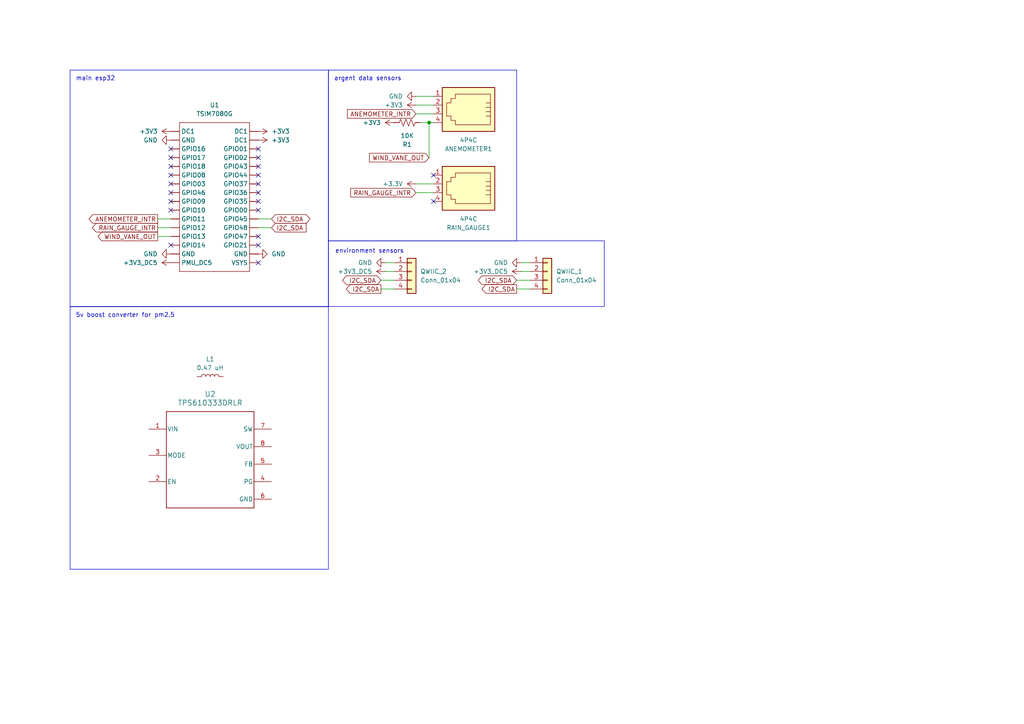
<source format=kicad_sch>
(kicad_sch (version 20250114) (generator "eeschema") (generator_version "9.0")
  (paper "A4")
  (lib_symbols
    (symbol "2025-09-14_04-18-53:TPS610333DRLR" (pin_names (offset 0.254))
      (property "Reference" "U" (at 0 2.54 0))
      (property "Value" "TPS610333DRLR" (at 0 0 0))
      (symbol "TPS610333DRLR_0_1"
        (polyline (pts (xy 5.08 5.08) (xy 5.08 -22.86)) (stroke (width 0.2032)))
        (polyline (pts (xy 5.08 -22.86) (xy 30.48 -22.86)) (stroke (width 0.2032)))
        (polyline (pts (xy 30.48 5.08) (xy 5.08 5.08)) (stroke (width 0.2032)))
        (polyline (pts (xy 30.48 -22.86) (xy 30.48 5.08)) (stroke (width 0.2032)))
        (pin power_in line (at 0 0 0) (length 5.08) (name "VIN") (number "1"))
        (pin input line (at 0 -7.62 0) (length 5.08) (name "MODE") (number "3"))
        (pin input line (at 0 -15.24 0) (length 5.08) (name "EN") (number "2"))
        (pin power_in line (at 35.56 0 180) (length 5.08) (name "SW") (number "7"))
        (pin power_in line (at 35.56 -5.08 180) (length 5.08) (name "VOUT") (number "8"))
        (pin unspecified line (at 35.56 -10.16 180) (length 5.08) (name "FB") (number "5"))
        (pin open_collector line (at 35.56 -15.24 180) (length 5.08) (name "PG") (number "4"))
        (pin power_in line (at 35.56 -20.32 180) (length 5.08) (name "GND") (number "6"))
      )
    )
    (symbol "Connector:4P4C" (pin_names (offset 1.016))
      (property "Reference" "J" (at -5.08 8.89 0))
      (property "Value" "4P4C" (at 2.54 8.89 0))
      (symbol "4P4C_0_1"
        (polyline (pts (xy -6.35 3.175) (xy -5.08 3.175) (xy -5.08 3.175)))
        (polyline (pts (xy -6.35 1.905) (xy -5.08 1.905) (xy -5.08 1.905)))
        (polyline (pts (xy -6.35 0.635) (xy -5.08 0.635) (xy -5.08 0.635)))
        (polyline (pts (xy -6.35 -0.635) (xy -5.08 -0.635) (xy -5.08 -0.635)))
        (polyline (pts (xy -6.35 -3.175) (xy -6.35 5.715) (xy -1.27 5.715) (xy 3.81 5.715) (xy 3.81 4.445) (xy 5.08 4.445) (xy 5.08 3.175) (xy 6.35 3.175) (xy 6.35 -0.635) (xy 5.08 -0.635) (xy 5.08 -1.905) (xy 3.81 -1.905) (xy 3.81 -3.175) (xy -6.35 -3.175) (xy -6.35 -3.175)))
        (rectangle (start 7.62 7.62) (end -7.62 -5.08) (stroke (width 0.254)) (fill (type background)))
      )
      (symbol "4P4C_1_1"
        (pin passive line (at 10.16 5.08 180) (length 2.54) (name "~") (number "4"))
        (pin passive line (at 10.16 2.54 180) (length 2.54) (name "~") (number "3"))
        (pin passive line (at 10.16 0 180) (length 2.54) (name "~") (number "2"))
        (pin passive line (at 10.16 -2.54 180) (length 2.54) (name "~") (number "1"))
      )
    )
    (symbol "Connector_Generic:Conn_01x04" (pin_names (offset 1.016) (hide yes))
      (property "Reference" "J" (at 0 5.08 0))
      (property "Value" "Conn_01x04" (at 0 -7.62 0))
      (symbol "Conn_01x04_1_1"
        (rectangle (start -1.27 3.81) (end 1.27 -6.35) (stroke (width 0.254)) (fill (type background)))
        (rectangle (start -1.27 2.667) (end 0 2.413) (stroke (width 0.1524)))
        (rectangle (start -1.27 0.127) (end 0 -0.127) (stroke (width 0.1524)))
        (rectangle (start -1.27 -2.413) (end 0 -2.667) (stroke (width 0.1524)))
        (rectangle (start -1.27 -4.953) (end 0 -5.207) (stroke (width 0.1524)))
        (pin passive line (at -5.08 2.54 0) (length 3.81) (name "Pin_1") (number "1"))
        (pin passive line (at -5.08 0 0) (length 3.81) (name "Pin_2") (number "2"))
        (pin passive line (at -5.08 -2.54 0) (length 3.81) (name "Pin_3") (number "3"))
        (pin passive line (at -5.08 -5.08 0) (length 3.81) (name "Pin_4") (number "4"))
      )
    )
    (symbol "Device:L" (pin_numbers (hide yes)) (pin_names (offset 1.016) (hide yes))
      (property "Reference" "L" (at -1.27 0 90))
      (property "Value" "L" (at 1.905 0 90))
      (symbol "L_0_1"
        (arc (start 0 2.54) (mid 0.6323 1.905) (end 0 1.27))
        (arc (start 0 1.27) (mid 0.6323 0.635) (end 0 0))
        (arc (start 0 0) (mid 0.6323 -0.635) (end 0 -1.27))
        (arc (start 0 -1.27) (mid 0.6323 -1.905) (end 0 -2.54))
      )
      (symbol "L_1_1"
        (pin passive line (at 0 3.81 270) (length 1.27) (name "1") (number "1"))
        (pin passive line (at 0 -3.81 90) (length 1.27) (name "2") (number "2"))
      )
    )
    (symbol "Device:R_US" (pin_numbers (hide yes)) (pin_names (offset 0))
      (property "Reference" "R" (at 2.54 0 90))
      (property "Value" "R_US" (at -2.54 0 90))
      (symbol "R_US_0_1"
        (polyline (pts (xy 0 2.286) (xy 0 2.54)))
        (polyline (pts (xy 0 2.286) (xy 1.016 1.905) (xy 0 1.524) (xy -1.016 1.143) (xy 0 0.762)))
        (polyline (pts (xy 0 0.762) (xy 1.016 0.381) (xy 0 0) (xy -1.016 -0.381) (xy 0 -0.762)))
        (polyline (pts (xy 0 -0.762) (xy 1.016 -1.143) (xy 0 -1.524) (xy -1.016 -1.905) (xy 0 -2.286)))
        (polyline (pts (xy 0 -2.286) (xy 0 -2.54)))
      )
      (symbol "R_US_1_1"
        (pin passive line (at 0 3.81 270) (length 1.27) (name "~") (number "1"))
        (pin passive line (at 0 -3.81 90) (length 1.27) (name "~") (number "2"))
      )
    )
    (symbol "power:+3.3V" (power) (pin_numbers (hide yes)) (pin_names (offset 0) (hide yes))
      (property "Value" "+3.3V" (at 0 3.556 0))
      (symbol "+3.3V_0_1"
        (polyline (pts (xy -0.762 1.27) (xy 0 2.54)))
        (polyline (pts (xy 0 2.54) (xy 0.762 1.27)))
        (polyline (pts (xy 0 0) (xy 0 2.54)))
      )
      (symbol "+3.3V_1_1"
        (pin power_in line (at 0 0 90) (length 0) (name "~") (number "1"))
      )
    )
    (symbol "power:+3V3" (power) (pin_numbers (hide yes)) (pin_names (offset 0) (hide yes))
      (property "Value" "+3V3" (at 0 3.556 0))
      (symbol "+3V3_0_1"
        (polyline (pts (xy -0.762 1.27) (xy 0 2.54)))
        (polyline (pts (xy 0 2.54) (xy 0.762 1.27)))
        (polyline (pts (xy 0 0) (xy 0 2.54)))
      )
      (symbol "+3V3_1_1"
        (pin power_in line (at 0 0 90) (length 0) (name "~") (number "1"))
      )
    )
    (symbol "power:GND" (power) (pin_numbers (hide yes)) (pin_names (offset 0) (hide yes))
      (property "Value" "GND" (at 0 -3.81 0))
      (symbol "GND_0_1"
        (polyline (pts (xy 0 0) (xy 0 -1.27) (xy 1.27 -1.27) (xy 0 -2.54) (xy -1.27 -1.27) (xy 0 -1.27)))
      )
      (symbol "GND_1_1"
        (pin power_in line (at 0 0 270) (length 0) (name "~") (number "1"))
      )
    )
    (symbol "weather_station_symbols:LilyGo_TSIM7080G"
      (property "Reference" "U" (at 0 0 0))
      (property "Value" "TSIM7080G" (at 0.254 20.066 0))
      (symbol "LilyGo_TSIM7080G_0_1"
        (rectangle (start -10.16 16.51) (end 10.16 -26.67))
      )
      (symbol "LilyGo_TSIM7080G_1_1"
        (pin power_in line (at -12.7 13.97 0) (length 2.54) (name "DC1") (number ""))
        (pin power_in line (at -12.7 11.43 0) (length 2.54) (name "GND") (number ""))
        (pin bidirectional line (at -12.7 8.89 0) (length 2.54) (name "GPIO16") (number ""))
        (pin bidirectional line (at -12.7 6.35 0) (length 2.54) (name "GPIO17") (number ""))
        (pin bidirectional line (at -12.7 3.81 0) (length 2.54) (name "GPIO18") (number ""))
        (pin bidirectional line (at -12.7 1.27 0) (length 2.54) (name "GPIO08") (number ""))
        (pin bidirectional line (at -12.7 -1.27 0) (length 2.54) (name "GPIO03") (number ""))
        (pin bidirectional line (at -12.7 -3.81 0) (length 2.54) (name "GPIO46") (number ""))
        (pin bidirectional line (at -12.7 -6.35 0) (length 2.54) (name "GPIO09") (number ""))
        (pin bidirectional line (at -12.7 -8.89 0) (length 2.54) (name "GPIO10") (number ""))
        (pin bidirectional line (at -12.7 -11.43 0) (length 2.54) (name "GPIO11") (number ""))
        (pin bidirectional line (at -12.7 -13.97 0) (length 2.54) (name "GPIO12") (number ""))
        (pin bidirectional line (at -12.7 -16.51 0) (length 2.54) (name "GPIO13") (number ""))
        (pin bidirectional line (at -12.7 -19.05 0) (length 2.54) (name "GPIO14") (number ""))
        (pin power_out line (at -12.7 -21.59 0) (length 2.54) (name "GND") (number ""))
        (pin power_out line (at -12.7 -24.13 0) (length 2.54) (name "PMU_DC5") (number ""))
        (pin power_out line (at 12.7 13.97 180) (length 2.54) (name "DC1") (number ""))
        (pin power_out line (at 12.7 11.43 180) (length 2.54) (name "DC1") (number ""))
        (pin bidirectional line (at 12.7 8.89 180) (length 2.54) (name "GPIO01") (number ""))
        (pin bidirectional line (at 12.7 6.35 180) (length 2.54) (name "GPIO02") (number ""))
        (pin bidirectional line (at 12.7 3.81 180) (length 2.54) (name "GPIO43") (number ""))
        (pin bidirectional line (at 12.7 1.27 180) (length 2.54) (name "GPIO44") (number ""))
        (pin bidirectional line (at 12.7 -1.27 180) (length 2.54) (name "GPIO37") (number ""))
        (pin bidirectional line (at 12.7 -3.81 180) (length 2.54) (name "GPIO36") (number ""))
        (pin bidirectional line (at 12.7 -6.35 180) (length 2.54) (name "GPIO35") (number ""))
        (pin bidirectional line (at 12.7 -8.89 180) (length 2.54) (name "GPIO00") (number ""))
        (pin bidirectional line (at 12.7 -11.43 180) (length 2.54) (name "GPIO45") (number ""))
        (pin bidirectional line (at 12.7 -13.97 180) (length 2.54) (name "GPIO48") (number ""))
        (pin bidirectional line (at 12.7 -16.51 180) (length 2.54) (name "GPIO47") (number ""))
        (pin bidirectional line (at 12.7 -19.05 180) (length 2.54) (name "GPIO21") (number ""))
        (pin power_out line (at 12.7 -21.59 180) (length 2.54) (name "GND") (number ""))
        (pin power_out line (at 12.7 -24.13 180) (length 2.54) (name "VSYS") (number ""))
      )
    )
  )
  (rectangle (start 95.25 69.85) (end 175.26 88.9))
  (rectangle (start 20.32 20.32) (end 95.25 88.9))
  (rectangle (start 20.3282 88.9659) (end 95.25 165.1))
  (rectangle (start 95.25 20.32) (end 149.86 69.85))
  (text "environment sensors" (at 107.188 72.898 0) (effects (font (size 1.27 1.27))))
  (text "5v boost converter for pm2.5" (at 36.3302 91.5059 0) (effects (font (size 1.27 1.27))))
  (text "main esp32" (at 27.686 22.86 0) (effects (font (size 1.27 1.27))))
  (text "argent data sensors" (at 106.68 22.86 0) (effects (font (size 1.27 1.27))))
  (junction (at 124.46 35.56))
  (no_connect (at 74.93 50.8))
  (no_connect (at 74.93 76.2))
  (no_connect (at 49.53 58.42))
  (no_connect (at 49.53 50.8))
  (no_connect (at 49.53 45.72))
  (no_connect (at 74.93 60.96))
  (no_connect (at 49.53 48.26))
  (no_connect (at 74.93 71.12))
  (no_connect (at 49.53 53.34))
  (no_connect (at 74.93 55.88))
  (no_connect (at 74.93 68.58))
  (no_connect (at 125.73 58.42))
  (no_connect (at 74.93 48.26))
  (no_connect (at 74.93 53.34))
  (no_connect (at 49.53 60.96))
  (no_connect (at 74.93 58.42))
  (no_connect (at 49.53 43.18))
  (no_connect (at 125.73 50.8))
  (no_connect (at 74.93 45.72))
  (no_connect (at 49.53 71.12))
  (no_connect (at 49.53 55.88))
  (no_connect (at 74.93 43.18))
  (wire (pts (xy 74.93 63.5) (xy 78.74 63.5)))
  (wire (pts (xy 74.93 66.04) (xy 78.74 66.04)))
  (wire (pts (xy 151.13 78.74) (xy 153.67 78.74)))
  (wire (pts (xy 125.73 35.56) (xy 124.46 35.56)))
  (wire (pts (xy 45.72 63.5) (xy 49.53 63.5)))
  (wire (pts (xy 125.73 55.88) (xy 120.65 55.88)))
  (wire (pts (xy 149.86 81.28) (xy 153.67 81.28)))
  (wire (pts (xy 45.72 68.58) (xy 49.53 68.58)))
  (wire (pts (xy 120.65 53.34) (xy 125.73 53.34)))
  (wire (pts (xy 124.46 45.72) (xy 124.46 35.56)))
  (wire (pts (xy 120.65 30.48) (xy 125.73 30.48)))
  (wire (pts (xy 120.65 27.94) (xy 125.73 27.94)))
  (wire (pts (xy 149.86 83.82) (xy 153.67 83.82)))
  (wire (pts (xy 124.46 35.56) (xy 121.92 35.56)))
  (wire (pts (xy 111.76 76.2) (xy 114.3 76.2)))
  (wire (pts (xy 110.49 83.82) (xy 114.3 83.82)))
  (wire (pts (xy 110.49 81.28) (xy 114.3 81.28)))
  (wire (pts (xy 125.73 33.02) (xy 120.65 33.02)))
  (wire (pts (xy 151.13 76.2) (xy 153.67 76.2)))
  (wire (pts (xy 45.72 66.04) (xy 49.53 66.04)))
  (wire (pts (xy 111.76 78.74) (xy 114.3 78.74)))
  (global_label "I2C_SDA" (shape output) (at 110.49 83.82 180) (property "Intersheetrefs" "${INTERSHEET_REFS}" (effects (hide yes))))
  (global_label "RAIN_GAUGE_INTR" (shape output) (at 45.72 66.04 180) (property "Intersheetrefs" "${INTERSHEET_REFS}" (effects (hide yes))))
  (global_label "I2C_SDA" (shape input) (at 78.74 66.04 0) (property "Intersheetrefs" "${INTERSHEET_REFS}" (effects (hide yes))))
  (global_label "I2C_SDA" (shape output) (at 149.86 83.82 180) (property "Intersheetrefs" "${INTERSHEET_REFS}" (effects (hide yes))))
  (global_label "I2C_SDA" (shape bidirectional) (at 78.74 63.5 0) (property "Intersheetrefs" "${INTERSHEET_REFS}" (effects (hide yes))))
  (global_label "RAIN_GAUGE_INTR" (shape input) (at 120.65 55.88 180) (property "Intersheetrefs" "${INTERSHEET_REFS}" (effects (hide yes))))
  (global_label "WIND_VANE_OUT" (shape output) (at 45.72 68.58 180) (property "Intersheetrefs" "${INTERSHEET_REFS}" (effects (hide yes))))
  (global_label "ANEMOMETER_INTR" (shape output) (at 45.72 63.5 180) (property "Intersheetrefs" "${INTERSHEET_REFS}" (effects (hide yes))))
  (global_label "ANEMOMETER_INTR" (shape input) (at 120.65 33.02 180) (property "Intersheetrefs" "${INTERSHEET_REFS}" (effects (hide yes))))
  (global_label "WIND_VANE_OUT" (shape input) (at 124.46 45.72 180) (property "Intersheetrefs" "${INTERSHEET_REFS}" (effects (hide yes))))
  (global_label "I2C_SDA" (shape bidirectional) (at 110.49 81.28 180) (property "Intersheetrefs" "${INTERSHEET_REFS}" (effects (hide yes))))
  (global_label "I2C_SDA" (shape bidirectional) (at 149.86 81.28 180) (property "Intersheetrefs" "${INTERSHEET_REFS}" (effects (hide yes))))
  (symbol (lib_id "Connector_Generic:Conn_01x04") (at 119.38 78.74 0) (unit 1)
    (property "Reference" "QWIIC_2" (at 121.92 78.7399 0) (effects (justify left)))
    (property "Value" "Conn_01x04" (at 121.92 81.2799 0) (effects (justify left)))
    (property "Description" "Generic connector, single row, 01x04, script generated (kicad-library-utils/schlib/autogen/connector/)" (effects (hide yes)))
  )
  (symbol (lib_id "power:+3V3") (at 114.3 35.56 90) (unit 1)
    (property "Reference" "#PWR02" (effects (hide yes)))
    (property "Value" "+3V3" (at 110.49 35.5601 90) (effects (justify left)))
    (property "Description" "Power symbol creates a global label with name \"+3V3\"" (effects (hide yes)))
  )
  (symbol (lib_id "power:+3V3") (at 74.93 40.64 270) (unit 1)
    (property "Reference" "#PWR015" (effects (hide yes)))
    (property "Value" "+3V3" (at 78.74 40.6399 90) (effects (justify left)))
    (property "Description" "Power symbol creates a global label with name \"+3V3\"" (effects (hide yes)))
  )
  (symbol (lib_id "power:GND") (at 111.76 76.2 270) (unit 1)
    (property "Reference" "#PWR012" (effects (hide yes)))
    (property "Value" "GND" (at 107.95 76.1999 90) (effects (justify right)))
    (property "Description" "Power symbol creates a global label with name \"GND\" , ground" (effects (hide yes)))
  )
  (symbol (lib_id "weather_station_symbols:LilyGo_TSIM7080G") (at 62.23 52.07 0) (unit 1)
    (property "Reference" "U1" (at 62.23 30.48 0))
    (property "Value" "TSIM7080G" (at 62.23 33.02 0))
  )
  (symbol (lib_id "power:GND") (at 49.53 40.64 270) (unit 1)
    (property "Reference" "#PWR06" (effects (hide yes)))
    (property "Value" "GND" (at 45.72 40.6399 90) (effects (justify right)))
    (property "Description" "Power symbol creates a global label with name \"GND\" , ground" (effects (hide yes)))
  )
  (symbol (lib_id "power:GND") (at 120.65 27.94 270) (unit 1)
    (property "Reference" "#PWR04" (effects (hide yes)))
    (property "Value" "GND" (at 116.84 27.9401 90) (effects (justify right)))
    (property "Description" "Power symbol creates a global label with name \"GND\" , ground" (effects (hide yes)))
  )
  (symbol (lib_id "2025-09-14_04-18-53:TPS610333DRLR") (at 43.18 124.46 0) (unit 1)
    (property "Reference" "U2" (at 60.96 114.3 0) (effects (font (size 1.524 1.524))))
    (property "Value" "TPS610333DRLR" (at 60.96 116.84 0) (effects (font (size 1.524 1.524))))
    (property "Footprint" "DRL0008A-MFG" (effects (hide yes)))
    (property "Datasheet" "https://www.ti.com/lit/gpn/tps610333" (effects (hide yes)))
  )
  (symbol (lib_id "power:+3V3") (at 74.93 38.1 270) (unit 1)
    (property "Reference" "#PWR05" (effects (hide yes)))
    (property "Value" "+3V3" (at 78.74 38.0999 90) (effects (justify left)))
    (property "Description" "Power symbol creates a global label with name \"+3V3\"" (effects (hide yes)))
  )
  (symbol (lib_id "power:+3V3") (at 111.76 78.74 90) (unit 1)
    (property "Reference" "#PWR013" (effects (hide yes)))
    (property "Value" "+3V3_DC5" (at 107.95 78.7399 90) (effects (justify left)))
    (property "Description" "Power symbol creates a global label with name \"+3V3\"" (effects (hide yes)))
  )
  (symbol (lib_id "Device:R_US") (at 118.11 35.56 270) (unit 1)
    (property "Reference" "R1" (at 118.11 41.91 90))
    (property "Value" "10K" (at 118.11 39.37 90))
    (property "Description" "Resistor, US symbol" (effects (hide yes)))
  )
  (symbol (lib_id "power:+3.3V") (at 120.65 53.34 90) (unit 1)
    (property "Reference" "#PWR01" (effects (hide yes)))
    (property "Value" "+3.3V" (at 116.84 53.3401 90) (effects (justify left)))
    (property "Description" "Power symbol creates a global label with name \"+3.3V\"" (effects (hide yes)))
  )
  (symbol (lib_id "power:GND") (at 74.93 73.66 90) (unit 1)
    (property "Reference" "#PWR08" (effects (hide yes)))
    (property "Value" "GND" (at 78.74 73.6599 90) (effects (justify right)))
    (property "Description" "Power symbol creates a global label with name \"GND\" , ground" (effects (hide yes)))
  )
  (symbol (lib_id "Device:L") (at 60.96 109.22 90) (unit 1)
    (property "Reference" "L1" (at 60.96 104.14 90))
    (property "Value" "0.47 uH" (at 60.96 106.68 90))
    (property "Description" "Inductor" (effects (hide yes)))
  )
  (symbol (lib_id "power:+3V3") (at 49.53 38.1 90) (unit 1)
    (property "Reference" "#PWR014" (effects (hide yes)))
    (property "Value" "+3V3" (at 45.72 38.0999 90) (effects (justify left)))
    (property "Description" "Power symbol creates a global label with name \"+3V3\"" (effects (hide yes)))
  )
  (symbol (lib_id "power:+3V3") (at 49.53 76.2 90) (unit 1)
    (property "Reference" "#PWR09" (effects (hide yes)))
    (property "Value" "+3V3_DC5" (at 45.72 76.1999 90) (effects (justify left)))
    (property "Description" "Power symbol creates a global label with name \"+3V3\"" (effects (hide yes)))
  )
  (symbol (lib_id "power:+3V3") (at 120.65 30.48 90) (unit 1)
    (property "Reference" "#PWR03" (effects (hide yes)))
    (property "Value" "+3V3" (at 116.84 30.4801 90) (effects (justify left)))
    (property "Description" "Power symbol creates a global label with name \"+3V3\"" (effects (hide yes)))
  )
  (symbol (lib_id "power:+3V3") (at 151.13 78.74 90) (unit 1)
    (property "Reference" "#PWR010" (effects (hide yes)))
    (property "Value" "+3V3_DC5" (at 147.32 78.7399 90) (effects (justify left)))
    (property "Description" "Power symbol creates a global label with name \"+3V3\"" (effects (hide yes)))
  )
  (symbol (lib_id "Connector:4P4C") (at 135.89 53.34 180) (unit 1)
    (property "Reference" "RAIN_GAUGE1" (at 135.89 66.04 0))
    (property "Value" "4P4C" (at 135.89 63.5 0))
    (property "Description" "RJ connector, 4P4C (4 positions 4 connected), RJ9/RJ10/RJ22" (effects (hide yes)))
  )
  (symbol (lib_id "Connector_Generic:Conn_01x04") (at 158.75 78.74 0) (unit 1)
    (property "Reference" "QWIIC_1" (at 161.29 78.7399 0) (effects (justify left)))
    (property "Value" "Conn_01x04" (at 161.29 81.2799 0) (effects (justify left)))
    (property "Description" "Generic connector, single row, 01x04, script generated (kicad-library-utils/schlib/autogen/connector/)" (effects (hide yes)))
  )
  (symbol (lib_id "power:GND") (at 151.13 76.2 270) (unit 1)
    (property "Reference" "#PWR011" (effects (hide yes)))
    (property "Value" "GND" (at 147.32 76.1999 90) (effects (justify right)))
    (property "Description" "Power symbol creates a global label with name \"GND\" , ground" (effects (hide yes)))
  )
  (symbol (lib_id "Connector:4P4C") (at 135.89 30.48 180) (unit 1)
    (property "Reference" "ANEMOMETER1" (at 135.89 43.18 0))
    (property "Value" "4P4C" (at 135.89 40.64 0))
    (property "Description" "RJ connector, 4P4C (4 positions 4 connected), RJ9/RJ10/RJ22" (effects (hide yes)))
  )
  (symbol (lib_id "power:GND") (at 49.53 73.66 270) (unit 1)
    (property "Reference" "#PWR07" (effects (hide yes)))
    (property "Value" "GND" (at 45.72 73.6599 90) (effects (justify right)))
    (property "Description" "Power symbol creates a global label with name \"GND\" , ground" (effects (hide yes)))
  )
)
</source>
